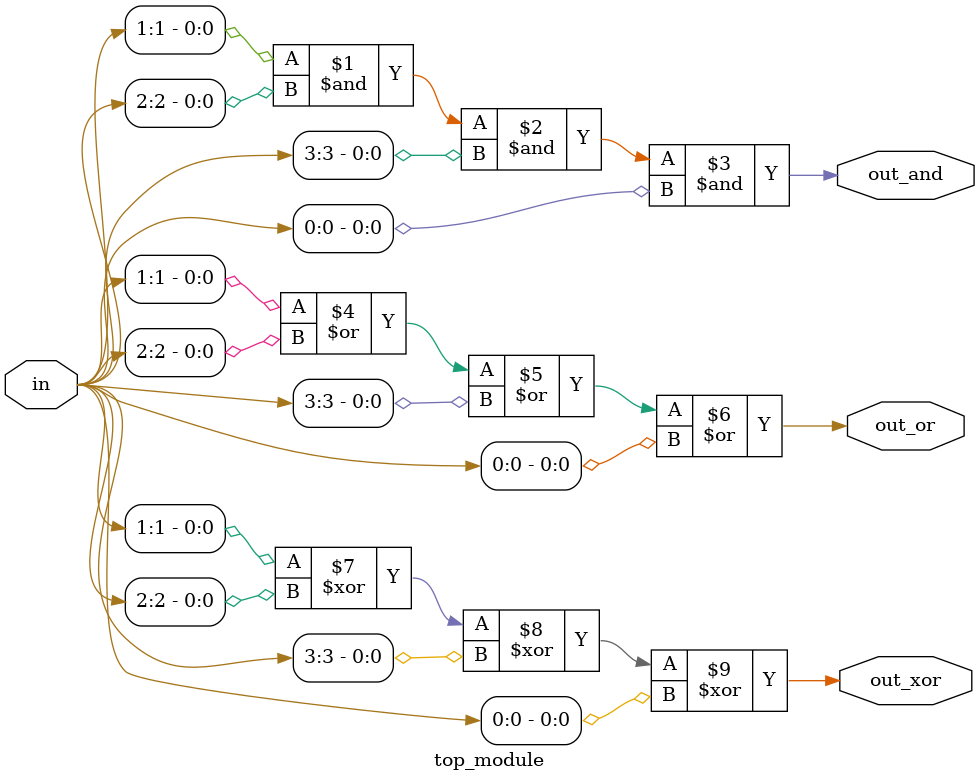
<source format=v>
module top_module( 
    input [3:0] in,
    output out_and,
    output out_or,
    output out_xor
);
    assign out_and=in[1]&in[2]&in[3]&in[0];
    assign out_or=in[1]|in[2]|in[3]|in[0];
    assign out_xor=in[1]^in[2]^in[3]^in[0];

endmodule

</source>
